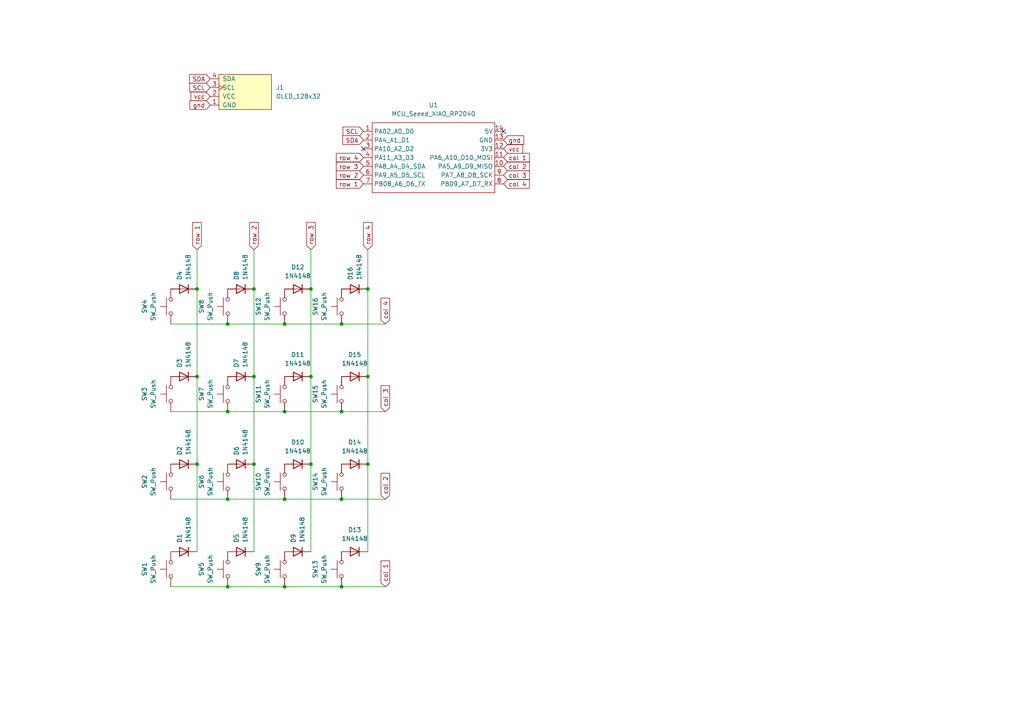
<source format=kicad_sch>
(kicad_sch (version 20231120) (generator "eeschema") (generator_version "8.0")
  (paper "A4")
  (lib_symbols
    (symbol "Diode:1N4148" (pin_numbers hide) (pin_names hide)
      (property "Reference" "D" (at 0 2.54 0))
      (property "Value" "1N4148" (at 0 -2.54 0))
      (symbol "1N4148_0_1"
        (polyline (pts (xy -1.27 1.27) (xy -1.27 -1.27)) (stroke (width 0.254)))
        (polyline (pts (xy 1.27 0) (xy -1.27 0)))
        (polyline (pts (xy 1.27 1.27) (xy 1.27 -1.27) (xy -1.27 0) (xy 1.27 1.27)) (stroke (width 0.254)))
      )
      (symbol "1N4148_1_1"
        (pin passive line (at -3.81 0 0) (length 2.54) (name "K") (number "1"))
        (pin passive line (at 3.81 0 180) (length 2.54) (name "A") (number "2"))
      )
    )
    (symbol "ScottoKeebs:MCU_Seeed_XIAO_RP2040"
      (property "Reference" "U" (at -16.51 11.43 0))
      (property "Value" "MCU_Seeed_XIAO_RP2040" (at -3.81 -11.43 0))
      (symbol "MCU_Seeed_XIAO_RP2040_0_1"
        (rectangle (start -16.51 10.16) (end 19.05 -10.16))
      )
      (symbol "MCU_Seeed_XIAO_RP2040_1_1"
        (pin passive line (at -19.05 7.62 0) (length 2.54) (name "PA02_A0_D0") (number "1"))
        (pin passive line (at 21.59 -2.54 180) (length 2.54) (name "PA5_A9_D9_MISO") (number "10"))
        (pin passive line (at 21.59 0 180) (length 2.54) (name "PA6_A10_D10_MOSI") (number "11"))
        (pin passive line (at 21.59 2.54 180) (length 2.54) (name "3V3") (number "12"))
        (pin passive line (at 21.59 5.08 180) (length 2.54) (name "GND") (number "13"))
        (pin passive line (at 21.59 7.62 180) (length 2.54) (name "5V") (number "14"))
        (pin passive line (at -19.05 5.08 0) (length 2.54) (name "PA4_A1_D1") (number "2"))
        (pin passive line (at -19.05 2.54 0) (length 2.54) (name "PA10_A2_D2") (number "3"))
        (pin passive line (at -19.05 0 0) (length 2.54) (name "PA11_A3_D3") (number "4"))
        (pin passive line (at -19.05 -2.54 0) (length 2.54) (name "PA8_A4_D4_SDA") (number "5"))
        (pin passive line (at -19.05 -5.08 0) (length 2.54) (name "PA9_A5_D5_SCL") (number "6"))
        (pin passive line (at -19.05 -7.62 0) (length 2.54) (name "PB08_A6_D6_TX") (number "7"))
        (pin passive line (at 21.59 -7.62 180) (length 2.54) (name "PB09_A7_D7_RX") (number "8"))
        (pin passive line (at 21.59 -5.08 180) (length 2.54) (name "PA7_A8_D8_SCK") (number "9"))
      )
    )
    (symbol "ScottoKeebs:OLED_128x32" (pin_names (offset 1.016))
      (property "Reference" "J" (at 0 -6.35 0))
      (property "Value" "OLED_128x32" (at 0 6.35 0))
      (symbol "OLED_128x32_0_1"
        (rectangle (start 0 5.08) (end 15.24 -5.08) (fill (type background)))
      )
      (symbol "OLED_128x32_1_1"
        (pin power_in line (at -2.54 -3.81 0) (length 2.54) (name "GND") (number "1"))
        (pin power_in line (at -2.54 -1.27 0) (length 2.54) (name "VCC") (number "2"))
        (pin input clock (at -2.54 1.27 0) (length 2.54) (name "SCL") (number "3"))
        (pin bidirectional line (at -2.54 3.81 0) (length 2.54) (name "SDA") (number "4"))
      )
    )
    (symbol "Switch:SW_Push" (pin_numbers hide) (pin_names (offset 1.016) hide)
      (property "Reference" "SW" (at 1.27 2.54 0))
      (property "Value" "SW_Push" (at 0 -1.524 0))
      (symbol "SW_Push_0_1"
        (circle (center -2.032 0) (radius 0.508))
        (polyline (pts (xy 0 1.27) (xy 0 3.048)))
        (polyline (pts (xy 2.54 1.27) (xy -2.54 1.27)))
        (circle (center 2.032 0) (radius 0.508))
        (pin passive line (at -5.08 0 0) (length 2.54) (name "1") (number "1"))
        (pin passive line (at 5.08 0 180) (length 2.54) (name "2") (number "2"))
      )
    )
  )
  (junction (at 73.66 109.22))
  (junction (at 106.68 83.82))
  (junction (at 57.15 134.62))
  (junction (at 66.04 144.78))
  (junction (at 82.55 93.98))
  (junction (at 66.04 119.38))
  (junction (at 106.68 109.22))
  (junction (at 90.17 83.82))
  (junction (at 90.17 134.62))
  (junction (at 106.68 134.62))
  (junction (at 82.55 144.78))
  (junction (at 99.06 170.18))
  (junction (at 57.15 109.22))
  (junction (at 57.15 83.82))
  (junction (at 99.06 144.78))
  (junction (at 73.66 83.82))
  (junction (at 73.66 134.62))
  (junction (at 66.04 93.98))
  (junction (at 99.06 119.38))
  (junction (at 66.04 170.18))
  (junction (at 82.55 170.18))
  (junction (at 99.06 93.98))
  (junction (at 82.55 119.38))
  (junction (at 90.17 109.22))
  (no_connect (at 146.05 38.1))
  (no_connect (at 105.41 43.18))
  (wire (pts (xy 90.17 109.22) (xy 90.17 83.82)))
  (wire (pts (xy 66.04 170.18) (xy 82.55 170.18)))
  (wire (pts (xy 66.04 93.98) (xy 82.55 93.98)))
  (wire (pts (xy 106.68 83.82) (xy 106.68 72.39)))
  (wire (pts (xy 66.04 144.78) (xy 82.55 144.78)))
  (wire (pts (xy 106.68 109.22) (xy 106.68 83.82)))
  (wire (pts (xy 90.17 83.82) (xy 90.17 72.39)))
  (wire (pts (xy 106.68 160.02) (xy 106.68 134.62)))
  (wire (pts (xy 57.15 160.02) (xy 57.15 134.62)))
  (wire (pts (xy 82.55 93.98) (xy 99.06 93.98)))
  (wire (pts (xy 99.06 119.38) (xy 111.76 119.38)))
  (wire (pts (xy 73.66 160.02) (xy 73.66 134.62)))
  (wire (pts (xy 82.55 119.38) (xy 99.06 119.38)))
  (wire (pts (xy 82.55 170.18) (xy 99.06 170.18)))
  (wire (pts (xy 106.68 134.62) (xy 106.68 109.22)))
  (wire (pts (xy 57.15 109.22) (xy 57.15 83.82)))
  (wire (pts (xy 90.17 160.02) (xy 90.17 134.62)))
  (wire (pts (xy 99.06 170.18) (xy 111.76 170.18)))
  (wire (pts (xy 90.17 134.62) (xy 90.17 109.22)))
  (wire (pts (xy 73.66 134.62) (xy 73.66 109.22)))
  (wire (pts (xy 66.04 119.38) (xy 82.55 119.38)))
  (wire (pts (xy 73.66 109.22) (xy 73.66 83.82)))
  (wire (pts (xy 99.06 144.78) (xy 111.76 144.78)))
  (wire (pts (xy 49.53 144.78) (xy 66.04 144.78)))
  (wire (pts (xy 99.06 93.98) (xy 111.76 93.98)))
  (wire (pts (xy 82.55 144.78) (xy 99.06 144.78)))
  (wire (pts (xy 49.53 119.38) (xy 66.04 119.38)))
  (wire (pts (xy 49.53 93.98) (xy 66.04 93.98)))
  (wire (pts (xy 49.53 170.18) (xy 66.04 170.18)))
  (wire (pts (xy 57.15 134.62) (xy 57.15 109.22)))
  (wire (pts (xy 73.66 83.82) (xy 73.66 72.39)))
  (wire (pts (xy 57.15 83.82) (xy 57.15 72.39)))
  (global_label "col 4" (shape input) (at 146.05 53.34 0) (property "Intersheetrefs" "${INTERSHEET_REFS}" (effects (hide yes))))
  (global_label "col 4" (shape input) (at 111.76 93.98 90) (property "Intersheetrefs" "${INTERSHEET_REFS}" (effects (hide yes))))
  (global_label "col 3" (shape input) (at 111.76 119.38 90) (property "Intersheetrefs" "${INTERSHEET_REFS}" (effects (hide yes))))
  (global_label "SCL" (shape input) (at 60.96 25.4 180) (property "Intersheetrefs" "${INTERSHEET_REFS}" (effects (hide yes))))
  (global_label "row 4" (shape input) (at 106.68 72.39 90) (property "Intersheetrefs" "${INTERSHEET_REFS}" (effects (hide yes))))
  (global_label "row 2" (shape input) (at 73.66 72.39 90) (property "Intersheetrefs" "${INTERSHEET_REFS}" (effects (hide yes))))
  (global_label "row 2" (shape input) (at 105.41 50.8 180) (property "Intersheetrefs" "${INTERSHEET_REFS}" (effects (hide yes))))
  (global_label "col 1" (shape input) (at 146.05 45.72 0) (property "Intersheetrefs" "${INTERSHEET_REFS}" (effects (hide yes))))
  (global_label "col 2" (shape input) (at 146.05 48.26 0) (property "Intersheetrefs" "${INTERSHEET_REFS}" (effects (hide yes))))
  (global_label "gnd" (shape input) (at 146.05 40.64 0) (property "Intersheetrefs" "${INTERSHEET_REFS}" (effects (hide yes))))
  (global_label "SDA" (shape input) (at 105.41 40.64 180) (property "Intersheetrefs" "${INTERSHEET_REFS}" (effects (hide yes))))
  (global_label "row 1" (shape input) (at 105.41 53.34 180) (property "Intersheetrefs" "${INTERSHEET_REFS}" (effects (hide yes))))
  (global_label "row 3" (shape input) (at 90.17 72.39 90) (property "Intersheetrefs" "${INTERSHEET_REFS}" (effects (hide yes))))
  (global_label "row 4" (shape input) (at 105.41 45.72 180) (property "Intersheetrefs" "${INTERSHEET_REFS}" (effects (hide yes))))
  (global_label "SCL" (shape input) (at 105.41 38.1 180) (property "Intersheetrefs" "${INTERSHEET_REFS}" (effects (hide yes))))
  (global_label "col 1" (shape input) (at 111.76 170.18 90) (property "Intersheetrefs" "${INTERSHEET_REFS}" (effects (hide yes))))
  (global_label "gnd" (shape input) (at 60.96 30.48 180) (property "Intersheetrefs" "${INTERSHEET_REFS}" (effects (hide yes))))
  (global_label "row 3" (shape input) (at 105.41 48.26 180) (property "Intersheetrefs" "${INTERSHEET_REFS}" (effects (hide yes))))
  (global_label "vcc" (shape input) (at 146.05 43.18 0) (property "Intersheetrefs" "${INTERSHEET_REFS}" (effects (hide yes))))
  (global_label "row 1" (shape input) (at 57.15 72.39 90) (property "Intersheetrefs" "${INTERSHEET_REFS}" (effects (hide yes))))
  (global_label "SDA" (shape input) (at 60.96 22.86 180) (property "Intersheetrefs" "${INTERSHEET_REFS}" (effects (hide yes))))
  (global_label "col 2" (shape input) (at 111.76 144.78 90) (property "Intersheetrefs" "${INTERSHEET_REFS}" (effects (hide yes))))
  (global_label "col 3" (shape input) (at 146.05 50.8 0) (property "Intersheetrefs" "${INTERSHEET_REFS}" (effects (hide yes))))
  (global_label "vcc" (shape input) (at 60.96 27.94 180) (property "Intersheetrefs" "${INTERSHEET_REFS}" (effects (hide yes))))
  (symbol (lib_id "Switch:SW_Push") (at 99.06 88.9 90) (unit 1)
    (property "Reference" "SW16" (at 91.44 88.9 0))
    (property "Value" "SW_Push" (at 93.98 88.9 0))
    (property "Footprint" "ScottoKeebs_MX:MX_PCB_1.00u" (effects (hide yes)))
    (property "Description" "Push button switch, generic, two pins" (effects (hide yes)))
  )
  (symbol (lib_id "Switch:SW_Push") (at 49.53 88.9 90) (unit 1)
    (property "Reference" "SW4" (at 41.91 88.9 0))
    (property "Value" "SW_Push" (at 44.45 88.9 0))
    (property "Footprint" "ScottoKeebs_MX:MX_PCB_1.00u" (effects (hide yes)))
    (property "Description" "Push button switch, generic, two pins" (effects (hide yes)))
  )
  (symbol (lib_id "Switch:SW_Push") (at 82.55 139.7 90) (unit 1)
    (property "Reference" "SW10" (at 74.93 139.7 0))
    (property "Value" "SW_Push" (at 77.47 139.7 0))
    (property "Footprint" "ScottoKeebs_MX:MX_PCB_1.00u" (effects (hide yes)))
    (property "Description" "Push button switch, generic, two pins" (effects (hide yes)))
  )
  (symbol (lib_id "Diode:1N4148") (at 53.34 134.62 180) (unit 1)
    (property "Reference" "D2" (at 52.0699 132.08 90) (effects (justify right)))
    (property "Value" "1N4148" (at 54.6099 132.08 90) (effects (justify right)))
    (property "Footprint" "ScottoKeebs_Components:Diode_DO-35" (effects (hide yes)))
    (property "Datasheet" "https://assets.nexperia.com/documents/data-sheet/1N4148_1N4448.pdf" (effects (hide yes)))
    (property "Description" "100V 0.15A standard switching diode, DO-35" (effects (hide yes)))
    (property "Sim.Device" "D" (effects (hide yes)))
    (property "Sim.Pins" "1=K 2=A" (effects (hide yes)))
  )
  (symbol (lib_id "Switch:SW_Push") (at 99.06 114.3 90) (unit 1)
    (property "Reference" "SW15" (at 91.44 114.3 0))
    (property "Value" "SW_Push" (at 93.98 114.3 0))
    (property "Footprint" "ScottoKeebs_MX:MX_PCB_1.00u" (effects (hide yes)))
    (property "Description" "Push button switch, generic, two pins" (effects (hide yes)))
  )
  (symbol (lib_id "Switch:SW_Push") (at 99.06 139.7 90) (unit 1)
    (property "Reference" "SW14" (at 91.44 139.7 0))
    (property "Value" "SW_Push" (at 93.98 139.7 0))
    (property "Footprint" "ScottoKeebs_MX:MX_PCB_1.00u" (effects (hide yes)))
    (property "Description" "Push button switch, generic, two pins" (effects (hide yes)))
  )
  (symbol (lib_id "Diode:1N4148") (at 53.34 160.02 180) (unit 1)
    (property "Reference" "D1" (at 52.0699 157.48 90) (effects (justify right)))
    (property "Value" "1N4148" (at 54.6099 157.48 90) (effects (justify right)))
    (property "Footprint" "ScottoKeebs_Components:Diode_DO-35" (effects (hide yes)))
    (property "Datasheet" "https://assets.nexperia.com/documents/data-sheet/1N4148_1N4448.pdf" (effects (hide yes)))
    (property "Description" "100V 0.15A standard switching diode, DO-35" (effects (hide yes)))
    (property "Sim.Device" "D" (effects (hide yes)))
    (property "Sim.Pins" "1=K 2=A" (effects (hide yes)))
  )
  (symbol (lib_id "Switch:SW_Push") (at 82.55 88.9 90) (unit 1)
    (property "Reference" "SW12" (at 74.93 88.9 0))
    (property "Value" "SW_Push" (at 77.47 88.9 0))
    (property "Footprint" "ScottoKeebs_MX:MX_PCB_1.00u" (effects (hide yes)))
    (property "Description" "Push button switch, generic, two pins" (effects (hide yes)))
  )
  (symbol (lib_id "Diode:1N4148") (at 102.87 109.22 180) (unit 1)
    (property "Reference" "D15" (at 102.87 102.87 0))
    (property "Value" "1N4148" (at 102.87 105.41 0))
    (property "Footprint" "ScottoKeebs_Components:Diode_DO-35" (effects (hide yes)))
    (property "Datasheet" "https://assets.nexperia.com/documents/data-sheet/1N4148_1N4448.pdf" (effects (hide yes)))
    (property "Description" "100V 0.15A standard switching diode, DO-35" (effects (hide yes)))
    (property "Sim.Device" "D" (effects (hide yes)))
    (property "Sim.Pins" "1=K 2=A" (effects (hide yes)))
  )
  (symbol (lib_id "Switch:SW_Push") (at 82.55 114.3 90) (unit 1)
    (property "Reference" "SW11" (at 74.93 114.3 0))
    (property "Value" "SW_Push" (at 77.47 114.3 0))
    (property "Footprint" "ScottoKeebs_MX:MX_PCB_1.00u" (effects (hide yes)))
    (property "Description" "Push button switch, generic, two pins" (effects (hide yes)))
  )
  (symbol (lib_id "Diode:1N4148") (at 69.85 160.02 180) (unit 1)
    (property "Reference" "D5" (at 68.5799 157.48 90) (effects (justify right)))
    (property "Value" "1N4148" (at 71.1199 157.48 90) (effects (justify right)))
    (property "Footprint" "ScottoKeebs_Components:Diode_DO-35" (effects (hide yes)))
    (property "Datasheet" "https://assets.nexperia.com/documents/data-sheet/1N4148_1N4448.pdf" (effects (hide yes)))
    (property "Description" "100V 0.15A standard switching diode, DO-35" (effects (hide yes)))
    (property "Sim.Device" "D" (effects (hide yes)))
    (property "Sim.Pins" "1=K 2=A" (effects (hide yes)))
  )
  (symbol (lib_id "Diode:1N4148") (at 102.87 134.62 180) (unit 1)
    (property "Reference" "D14" (at 102.87 128.27 0))
    (property "Value" "1N4148" (at 102.87 130.81 0))
    (property "Footprint" "ScottoKeebs_Components:Diode_DO-35" (effects (hide yes)))
    (property "Datasheet" "https://assets.nexperia.com/documents/data-sheet/1N4148_1N4448.pdf" (effects (hide yes)))
    (property "Description" "100V 0.15A standard switching diode, DO-35" (effects (hide yes)))
    (property "Sim.Device" "D" (effects (hide yes)))
    (property "Sim.Pins" "1=K 2=A" (effects (hide yes)))
  )
  (symbol (lib_id "Switch:SW_Push") (at 66.04 88.9 90) (unit 1)
    (property "Reference" "SW8" (at 58.42 88.9 0))
    (property "Value" "SW_Push" (at 60.96 88.9 0))
    (property "Footprint" "ScottoKeebs_MX:MX_PCB_1.00u" (effects (hide yes)))
    (property "Description" "Push button switch, generic, two pins" (effects (hide yes)))
  )
  (symbol (lib_id "Diode:1N4148") (at 102.87 83.82 180) (unit 1)
    (property "Reference" "D16" (at 101.5999 81.28 90) (effects (justify right)))
    (property "Value" "1N4148" (at 104.1399 81.28 90) (effects (justify right)))
    (property "Footprint" "ScottoKeebs_Components:Diode_DO-35" (effects (hide yes)))
    (property "Datasheet" "https://assets.nexperia.com/documents/data-sheet/1N4148_1N4448.pdf" (effects (hide yes)))
    (property "Description" "100V 0.15A standard switching diode, DO-35" (effects (hide yes)))
    (property "Sim.Device" "D" (effects (hide yes)))
    (property "Sim.Pins" "1=K 2=A" (effects (hide yes)))
  )
  (symbol (lib_id "Switch:SW_Push") (at 66.04 139.7 90) (unit 1)
    (property "Reference" "SW6" (at 58.42 139.7 0))
    (property "Value" "SW_Push" (at 60.96 139.7 0))
    (property "Footprint" "ScottoKeebs_MX:MX_PCB_1.00u" (effects (hide yes)))
    (property "Description" "Push button switch, generic, two pins" (effects (hide yes)))
  )
  (symbol (lib_id "Diode:1N4148") (at 69.85 134.62 180) (unit 1)
    (property "Reference" "D6" (at 68.5799 132.08 90) (effects (justify right)))
    (property "Value" "1N4148" (at 71.1199 132.08 90) (effects (justify right)))
    (property "Footprint" "ScottoKeebs_Components:Diode_DO-35" (effects (hide yes)))
    (property "Datasheet" "https://assets.nexperia.com/documents/data-sheet/1N4148_1N4448.pdf" (effects (hide yes)))
    (property "Description" "100V 0.15A standard switching diode, DO-35" (effects (hide yes)))
    (property "Sim.Device" "D" (effects (hide yes)))
    (property "Sim.Pins" "1=K 2=A" (effects (hide yes)))
  )
  (symbol (lib_id "Switch:SW_Push") (at 99.06 165.1 90) (unit 1)
    (property "Reference" "SW13" (at 91.44 165.1 0))
    (property "Value" "SW_Push" (at 93.98 165.1 0))
    (property "Footprint" "ScottoKeebs_MX:MX_PCB_1.00u" (effects (hide yes)))
    (property "Description" "Push button switch, generic, two pins" (effects (hide yes)))
  )
  (symbol (lib_id "Diode:1N4148") (at 86.36 160.02 180) (unit 1)
    (property "Reference" "D9" (at 85.0899 157.48 90) (effects (justify right)))
    (property "Value" "1N4148" (at 87.6299 157.48 90) (effects (justify right)))
    (property "Footprint" "ScottoKeebs_Components:Diode_DO-35" (effects (hide yes)))
    (property "Datasheet" "https://assets.nexperia.com/documents/data-sheet/1N4148_1N4448.pdf" (effects (hide yes)))
    (property "Description" "100V 0.15A standard switching diode, DO-35" (effects (hide yes)))
    (property "Sim.Device" "D" (effects (hide yes)))
    (property "Sim.Pins" "1=K 2=A" (effects (hide yes)))
  )
  (symbol (lib_id "Diode:1N4148") (at 69.85 109.22 180) (unit 1)
    (property "Reference" "D7" (at 68.5799 106.68 90) (effects (justify right)))
    (property "Value" "1N4148" (at 71.1199 106.68 90) (effects (justify right)))
    (property "Footprint" "ScottoKeebs_Components:Diode_DO-35" (effects (hide yes)))
    (property "Datasheet" "https://assets.nexperia.com/documents/data-sheet/1N4148_1N4448.pdf" (effects (hide yes)))
    (property "Description" "100V 0.15A standard switching diode, DO-35" (effects (hide yes)))
    (property "Sim.Device" "D" (effects (hide yes)))
    (property "Sim.Pins" "1=K 2=A" (effects (hide yes)))
  )
  (symbol (lib_id "Switch:SW_Push") (at 49.53 165.1 90) (unit 1)
    (property "Reference" "SW1" (at 41.91 165.1 0))
    (property "Value" "SW_Push" (at 44.45 165.1 0))
    (property "Footprint" "ScottoKeebs_MX:MX_PCB_1.00u" (effects (hide yes)))
    (property "Description" "Push button switch, generic, two pins" (effects (hide yes)))
  )
  (symbol (lib_id "Diode:1N4148") (at 86.36 83.82 180) (unit 1)
    (property "Reference" "D12" (at 86.36 77.47 0))
    (property "Value" "1N4148" (at 86.36 80.01 0))
    (property "Footprint" "ScottoKeebs_Components:Diode_DO-35" (effects (hide yes)))
    (property "Datasheet" "https://assets.nexperia.com/documents/data-sheet/1N4148_1N4448.pdf" (effects (hide yes)))
    (property "Description" "100V 0.15A standard switching diode, DO-35" (effects (hide yes)))
    (property "Sim.Device" "D" (effects (hide yes)))
    (property "Sim.Pins" "1=K 2=A" (effects (hide yes)))
  )
  (symbol (lib_id "ScottoKeebs:MCU_Seeed_XIAO_RP2040") (at 124.46 45.72 0) (unit 1)
    (property "Reference" "U1" (at 125.73 30.48 0))
    (property "Value" "MCU_Seeed_XIAO_RP2040" (at 125.73 33.02 0))
    (property "Footprint" "ScottoKeebs_MCU:Seeed_XIAO_RP2040" (effects (hide yes)))
  )
  (symbol (lib_id "Switch:SW_Push") (at 66.04 114.3 90) (unit 1)
    (property "Reference" "SW7" (at 58.42 114.3 0))
    (property "Value" "SW_Push" (at 60.96 114.3 0))
    (property "Footprint" "ScottoKeebs_MX:MX_PCB_1.00u" (effects (hide yes)))
    (property "Description" "Push button switch, generic, two pins" (effects (hide yes)))
  )
  (symbol (lib_id "Switch:SW_Push") (at 66.04 165.1 90) (unit 1)
    (property "Reference" "SW5" (at 58.42 165.1 0))
    (property "Value" "SW_Push" (at 60.96 165.1 0))
    (property "Footprint" "ScottoKeebs_MX:MX_PCB_1.00u" (effects (hide yes)))
    (property "Description" "Push button switch, generic, two pins" (effects (hide yes)))
  )
  (symbol (lib_id "Switch:SW_Push") (at 49.53 114.3 90) (unit 1)
    (property "Reference" "SW3" (at 41.91 114.3 0))
    (property "Value" "SW_Push" (at 44.45 114.3 0))
    (property "Footprint" "ScottoKeebs_MX:MX_PCB_1.00u" (effects (hide yes)))
    (property "Description" "Push button switch, generic, two pins" (effects (hide yes)))
  )
  (symbol (lib_id "ScottoKeebs:OLED_128x32") (at 63.5 26.67 0) (unit 1)
    (property "Reference" "J1" (at 80.01 25.3999 0) (effects (justify left)))
    (property "Value" "OLED_128x32" (at 80.01 27.9399 0) (effects (justify left)))
    (property "Footprint" "ScottoKeebs_Components:OLED_128x32" (effects (hide yes)))
  )
  (symbol (lib_id "Diode:1N4148") (at 86.36 109.22 180) (unit 1)
    (property "Reference" "D11" (at 86.36 102.87 0))
    (property "Value" "1N4148" (at 86.36 105.41 0))
    (property "Footprint" "ScottoKeebs_Components:Diode_DO-35" (effects (hide yes)))
    (property "Datasheet" "https://assets.nexperia.com/documents/data-sheet/1N4148_1N4448.pdf" (effects (hide yes)))
    (property "Description" "100V 0.15A standard switching diode, DO-35" (effects (hide yes)))
    (property "Sim.Device" "D" (effects (hide yes)))
    (property "Sim.Pins" "1=K 2=A" (effects (hide yes)))
  )
  (symbol (lib_id "Diode:1N4148") (at 69.85 83.82 180) (unit 1)
    (property "Reference" "D8" (at 68.5799 81.28 90) (effects (justify right)))
    (property "Value" "1N4148" (at 71.1199 81.28 90) (effects (justify right)))
    (property "Footprint" "ScottoKeebs_Components:Diode_DO-35" (effects (hide yes)))
    (property "Datasheet" "https://assets.nexperia.com/documents/data-sheet/1N4148_1N4448.pdf" (effects (hide yes)))
    (property "Description" "100V 0.15A standard switching diode, DO-35" (effects (hide yes)))
    (property "Sim.Device" "D" (effects (hide yes)))
    (property "Sim.Pins" "1=K 2=A" (effects (hide yes)))
  )
  (symbol (lib_id "Diode:1N4148") (at 53.34 109.22 180) (unit 1)
    (property "Reference" "D3" (at 52.0699 106.68 90) (effects (justify right)))
    (property "Value" "1N4148" (at 54.6099 106.68 90) (effects (justify right)))
    (property "Footprint" "ScottoKeebs_Components:Diode_DO-35" (effects (hide yes)))
    (property "Datasheet" "https://assets.nexperia.com/documents/data-sheet/1N4148_1N4448.pdf" (effects (hide yes)))
    (property "Description" "100V 0.15A standard switching diode, DO-35" (effects (hide yes)))
    (property "Sim.Device" "D" (effects (hide yes)))
    (property "Sim.Pins" "1=K 2=A" (effects (hide yes)))
  )
  (symbol (lib_id "Switch:SW_Push") (at 49.53 139.7 90) (unit 1)
    (property "Reference" "SW2" (at 41.91 139.7 0))
    (property "Value" "SW_Push" (at 44.45 139.7 0))
    (property "Footprint" "ScottoKeebs_MX:MX_PCB_1.00u" (effects (hide yes)))
    (property "Description" "Push button switch, generic, two pins" (effects (hide yes)))
  )
  (symbol (lib_id "Diode:1N4148") (at 102.87 160.02 180) (unit 1)
    (property "Reference" "D13" (at 102.87 153.67 0))
    (property "Value" "1N4148" (at 102.87 156.21 0))
    (property "Footprint" "ScottoKeebs_Components:Diode_DO-35" (effects (hide yes)))
    (property "Datasheet" "https://assets.nexperia.com/documents/data-sheet/1N4148_1N4448.pdf" (effects (hide yes)))
    (property "Description" "100V 0.15A standard switching diode, DO-35" (effects (hide yes)))
    (property "Sim.Device" "D" (effects (hide yes)))
    (property "Sim.Pins" "1=K 2=A" (effects (hide yes)))
  )
  (symbol (lib_id "Diode:1N4148") (at 53.34 83.82 180) (unit 1)
    (property "Reference" "D4" (at 52.0699 81.28 90) (effects (justify right)))
    (property "Value" "1N4148" (at 54.6099 81.28 90) (effects (justify right)))
    (property "Footprint" "ScottoKeebs_Components:Diode_DO-35" (effects (hide yes)))
    (property "Datasheet" "https://assets.nexperia.com/documents/data-sheet/1N4148_1N4448.pdf" (effects (hide yes)))
    (property "Description" "100V 0.15A standard switching diode, DO-35" (effects (hide yes)))
    (property "Sim.Device" "D" (effects (hide yes)))
    (property "Sim.Pins" "1=K 2=A" (effects (hide yes)))
  )
  (symbol (lib_id "Diode:1N4148") (at 86.36 134.62 180) (unit 1)
    (property "Reference" "D10" (at 86.36 128.27 0))
    (property "Value" "1N4148" (at 86.36 130.81 0))
    (property "Footprint" "ScottoKeebs_Components:Diode_DO-35" (effects (hide yes)))
    (property "Datasheet" "https://assets.nexperia.com/documents/data-sheet/1N4148_1N4448.pdf" (effects (hide yes)))
    (property "Description" "100V 0.15A standard switching diode, DO-35" (effects (hide yes)))
    (property "Sim.Device" "D" (effects (hide yes)))
    (property "Sim.Pins" "1=K 2=A" (effects (hide yes)))
  )
  (symbol (lib_id "Switch:SW_Push") (at 82.55 165.1 90) (unit 1)
    (property "Reference" "SW9" (at 74.93 165.1 0))
    (property "Value" "SW_Push" (at 77.47 165.1 0))
    (property "Footprint" "ScottoKeebs_MX:MX_PCB_1.00u" (effects (hide yes)))
    (property "Description" "Push button switch, generic, two pins" (effects (hide yes)))
  )
)
</source>
